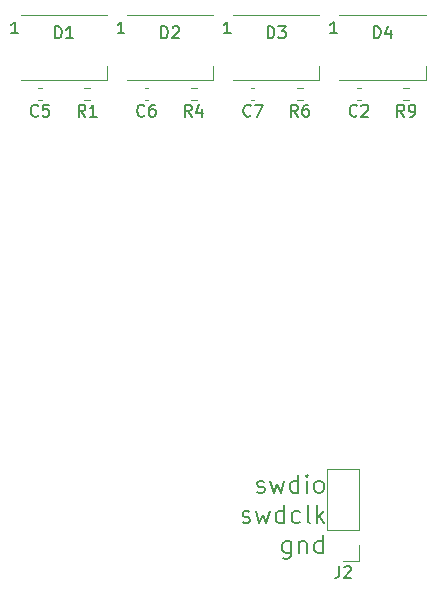
<source format=gto>
G04 #@! TF.GenerationSoftware,KiCad,Pcbnew,5.1.9+dfsg1-1*
G04 #@! TF.CreationDate,2022-03-10T00:01:25+01:00*
G04 #@! TF.ProjectId,edgedriver,65646765-6472-4697-9665-722e6b696361,rev?*
G04 #@! TF.SameCoordinates,Original*
G04 #@! TF.FileFunction,Legend,Top*
G04 #@! TF.FilePolarity,Positive*
%FSLAX46Y46*%
G04 Gerber Fmt 4.6, Leading zero omitted, Abs format (unit mm)*
G04 Created by KiCad (PCBNEW 5.1.9+dfsg1-1) date 2022-03-10 00:01:25*
%MOMM*%
%LPD*%
G01*
G04 APERTURE LIST*
%ADD10C,0.150000*%
%ADD11C,0.120000*%
G04 APERTURE END LIST*
D10*
X5721071Y-26348571D02*
X5721071Y-27562857D01*
X5649642Y-27705714D01*
X5578214Y-27777142D01*
X5435357Y-27848571D01*
X5221071Y-27848571D01*
X5078214Y-27777142D01*
X5721071Y-27277142D02*
X5578214Y-27348571D01*
X5292500Y-27348571D01*
X5149642Y-27277142D01*
X5078214Y-27205714D01*
X5006785Y-27062857D01*
X5006785Y-26634285D01*
X5078214Y-26491428D01*
X5149642Y-26420000D01*
X5292500Y-26348571D01*
X5578214Y-26348571D01*
X5721071Y-26420000D01*
X6435357Y-26348571D02*
X6435357Y-27348571D01*
X6435357Y-26491428D02*
X6506785Y-26420000D01*
X6649642Y-26348571D01*
X6863928Y-26348571D01*
X7006785Y-26420000D01*
X7078214Y-26562857D01*
X7078214Y-27348571D01*
X8435357Y-27348571D02*
X8435357Y-25848571D01*
X8435357Y-27277142D02*
X8292500Y-27348571D01*
X8006785Y-27348571D01*
X7863928Y-27277142D01*
X7792500Y-27205714D01*
X7721071Y-27062857D01*
X7721071Y-26634285D01*
X7792500Y-26491428D01*
X7863928Y-26420000D01*
X8006785Y-26348571D01*
X8292500Y-26348571D01*
X8435357Y-26420000D01*
X1649642Y-24737142D02*
X1792500Y-24808571D01*
X2078214Y-24808571D01*
X2221071Y-24737142D01*
X2292500Y-24594285D01*
X2292500Y-24522857D01*
X2221071Y-24380000D01*
X2078214Y-24308571D01*
X1863928Y-24308571D01*
X1721071Y-24237142D01*
X1649642Y-24094285D01*
X1649642Y-24022857D01*
X1721071Y-23880000D01*
X1863928Y-23808571D01*
X2078214Y-23808571D01*
X2221071Y-23880000D01*
X2792500Y-23808571D02*
X3078214Y-24808571D01*
X3363928Y-24094285D01*
X3649642Y-24808571D01*
X3935357Y-23808571D01*
X5149642Y-24808571D02*
X5149642Y-23308571D01*
X5149642Y-24737142D02*
X5006785Y-24808571D01*
X4721071Y-24808571D01*
X4578214Y-24737142D01*
X4506785Y-24665714D01*
X4435357Y-24522857D01*
X4435357Y-24094285D01*
X4506785Y-23951428D01*
X4578214Y-23880000D01*
X4721071Y-23808571D01*
X5006785Y-23808571D01*
X5149642Y-23880000D01*
X6506785Y-24737142D02*
X6363928Y-24808571D01*
X6078214Y-24808571D01*
X5935357Y-24737142D01*
X5863928Y-24665714D01*
X5792500Y-24522857D01*
X5792500Y-24094285D01*
X5863928Y-23951428D01*
X5935357Y-23880000D01*
X6078214Y-23808571D01*
X6363928Y-23808571D01*
X6506785Y-23880000D01*
X7363928Y-24808571D02*
X7221071Y-24737142D01*
X7149642Y-24594285D01*
X7149642Y-23308571D01*
X7935357Y-24808571D02*
X7935357Y-23308571D01*
X8078214Y-24237142D02*
X8506785Y-24808571D01*
X8506785Y-23808571D02*
X7935357Y-24380000D01*
X2863928Y-22147142D02*
X3006785Y-22218571D01*
X3292500Y-22218571D01*
X3435357Y-22147142D01*
X3506785Y-22004285D01*
X3506785Y-21932857D01*
X3435357Y-21790000D01*
X3292500Y-21718571D01*
X3078214Y-21718571D01*
X2935357Y-21647142D01*
X2863928Y-21504285D01*
X2863928Y-21432857D01*
X2935357Y-21290000D01*
X3078214Y-21218571D01*
X3292500Y-21218571D01*
X3435357Y-21290000D01*
X4006785Y-21218571D02*
X4292500Y-22218571D01*
X4578214Y-21504285D01*
X4863928Y-22218571D01*
X5149642Y-21218571D01*
X6363928Y-22218571D02*
X6363928Y-20718571D01*
X6363928Y-22147142D02*
X6221071Y-22218571D01*
X5935357Y-22218571D01*
X5792500Y-22147142D01*
X5721071Y-22075714D01*
X5649642Y-21932857D01*
X5649642Y-21504285D01*
X5721071Y-21361428D01*
X5792500Y-21290000D01*
X5935357Y-21218571D01*
X6221071Y-21218571D01*
X6363928Y-21290000D01*
X7078214Y-22218571D02*
X7078214Y-21218571D01*
X7078214Y-20718571D02*
X7006785Y-20790000D01*
X7078214Y-20861428D01*
X7149642Y-20790000D01*
X7078214Y-20718571D01*
X7078214Y-20861428D01*
X8006785Y-22218571D02*
X7863928Y-22147142D01*
X7792500Y-22075714D01*
X7721071Y-21932857D01*
X7721071Y-21504285D01*
X7792500Y-21361428D01*
X7863928Y-21290000D01*
X8006785Y-21218571D01*
X8221071Y-21218571D01*
X8363928Y-21290000D01*
X8435357Y-21361428D01*
X8506785Y-21504285D01*
X8506785Y-21932857D01*
X8435357Y-22075714D01*
X8363928Y-22147142D01*
X8221071Y-22218571D01*
X8006785Y-22218571D01*
D11*
X11490000Y-28000000D02*
X10160000Y-28000000D01*
X11490000Y-26670000D02*
X11490000Y-28000000D01*
X11490000Y-25400000D02*
X8830000Y-25400000D01*
X8830000Y-25400000D02*
X8830000Y-20260000D01*
X11490000Y-25400000D02*
X11490000Y-20260000D01*
X11490000Y-20260000D02*
X8830000Y-20260000D01*
X-2245276Y12022500D02*
X-2754724Y12022500D01*
X-2245276Y10977500D02*
X-2754724Y10977500D01*
X-850000Y12750000D02*
X-850000Y13900000D01*
X-8150000Y12750000D02*
X-850000Y12750000D01*
X-8150000Y18250000D02*
X-850000Y18250000D01*
X-15353733Y10990000D02*
X-15646267Y10990000D01*
X-15353733Y12010000D02*
X-15646267Y12010000D01*
X11646267Y12010000D02*
X11353733Y12010000D01*
X11646267Y10990000D02*
X11353733Y10990000D01*
X-6353733Y10990000D02*
X-6646267Y10990000D01*
X-6353733Y12010000D02*
X-6646267Y12010000D01*
X2646267Y12010000D02*
X2353733Y12010000D01*
X2646267Y10990000D02*
X2353733Y10990000D01*
X-17150000Y18250000D02*
X-9850000Y18250000D01*
X-17150000Y12750000D02*
X-9850000Y12750000D01*
X-9850000Y12750000D02*
X-9850000Y13900000D01*
X850000Y18250000D02*
X8150000Y18250000D01*
X850000Y12750000D02*
X8150000Y12750000D01*
X8150000Y12750000D02*
X8150000Y13900000D01*
X17150000Y12750000D02*
X17150000Y13900000D01*
X9850000Y12750000D02*
X17150000Y12750000D01*
X9850000Y18250000D02*
X17150000Y18250000D01*
X-11245276Y10977500D02*
X-11754724Y10977500D01*
X-11245276Y12022500D02*
X-11754724Y12022500D01*
X6754724Y10977500D02*
X6245276Y10977500D01*
X6754724Y12022500D02*
X6245276Y12022500D01*
X15754724Y12022500D02*
X15245276Y12022500D01*
X15754724Y10977500D02*
X15245276Y10977500D01*
D10*
X9826666Y-28452380D02*
X9826666Y-29166666D01*
X9779047Y-29309523D01*
X9683809Y-29404761D01*
X9540952Y-29452380D01*
X9445714Y-29452380D01*
X10255238Y-28547619D02*
X10302857Y-28500000D01*
X10398095Y-28452380D01*
X10636190Y-28452380D01*
X10731428Y-28500000D01*
X10779047Y-28547619D01*
X10826666Y-28642857D01*
X10826666Y-28738095D01*
X10779047Y-28880952D01*
X10207619Y-29452380D01*
X10826666Y-29452380D01*
X-2666666Y9617619D02*
X-3000000Y10093809D01*
X-3238095Y9617619D02*
X-3238095Y10617619D01*
X-2857142Y10617619D01*
X-2761904Y10570000D01*
X-2714285Y10522380D01*
X-2666666Y10427142D01*
X-2666666Y10284285D01*
X-2714285Y10189047D01*
X-2761904Y10141428D01*
X-2857142Y10093809D01*
X-3238095Y10093809D01*
X-1809523Y10284285D02*
X-1809523Y9617619D01*
X-2047619Y10665238D02*
X-2285714Y9950952D01*
X-1666666Y9950952D01*
X-5238095Y16247619D02*
X-5238095Y17247619D01*
X-5000000Y17247619D01*
X-4857142Y17200000D01*
X-4761904Y17104761D01*
X-4714285Y17009523D01*
X-4666666Y16819047D01*
X-4666666Y16676190D01*
X-4714285Y16485714D01*
X-4761904Y16390476D01*
X-4857142Y16295238D01*
X-5000000Y16247619D01*
X-5238095Y16247619D01*
X-4285714Y17152380D02*
X-4238095Y17200000D01*
X-4142857Y17247619D01*
X-3904761Y17247619D01*
X-3809523Y17200000D01*
X-3761904Y17152380D01*
X-3714285Y17057142D01*
X-3714285Y16961904D01*
X-3761904Y16819047D01*
X-4333333Y16247619D01*
X-3714285Y16247619D01*
X-8364285Y16647619D02*
X-8935714Y16647619D01*
X-8650000Y16647619D02*
X-8650000Y17647619D01*
X-8745238Y17504761D01*
X-8840476Y17409523D01*
X-8935714Y17361904D01*
X-15666666Y9712857D02*
X-15714285Y9665238D01*
X-15857142Y9617619D01*
X-15952380Y9617619D01*
X-16095238Y9665238D01*
X-16190476Y9760476D01*
X-16238095Y9855714D01*
X-16285714Y10046190D01*
X-16285714Y10189047D01*
X-16238095Y10379523D01*
X-16190476Y10474761D01*
X-16095238Y10570000D01*
X-15952380Y10617619D01*
X-15857142Y10617619D01*
X-15714285Y10570000D01*
X-15666666Y10522380D01*
X-14761904Y10617619D02*
X-15238095Y10617619D01*
X-15285714Y10141428D01*
X-15238095Y10189047D01*
X-15142857Y10236666D01*
X-14904761Y10236666D01*
X-14809523Y10189047D01*
X-14761904Y10141428D01*
X-14714285Y10046190D01*
X-14714285Y9808095D01*
X-14761904Y9712857D01*
X-14809523Y9665238D01*
X-14904761Y9617619D01*
X-15142857Y9617619D01*
X-15238095Y9665238D01*
X-15285714Y9712857D01*
X11333333Y9712857D02*
X11285714Y9665238D01*
X11142857Y9617619D01*
X11047619Y9617619D01*
X10904761Y9665238D01*
X10809523Y9760476D01*
X10761904Y9855714D01*
X10714285Y10046190D01*
X10714285Y10189047D01*
X10761904Y10379523D01*
X10809523Y10474761D01*
X10904761Y10570000D01*
X11047619Y10617619D01*
X11142857Y10617619D01*
X11285714Y10570000D01*
X11333333Y10522380D01*
X11714285Y10522380D02*
X11761904Y10570000D01*
X11857142Y10617619D01*
X12095238Y10617619D01*
X12190476Y10570000D01*
X12238095Y10522380D01*
X12285714Y10427142D01*
X12285714Y10331904D01*
X12238095Y10189047D01*
X11666666Y9617619D01*
X12285714Y9617619D01*
X-6666666Y9712857D02*
X-6714285Y9665238D01*
X-6857142Y9617619D01*
X-6952380Y9617619D01*
X-7095238Y9665238D01*
X-7190476Y9760476D01*
X-7238095Y9855714D01*
X-7285714Y10046190D01*
X-7285714Y10189047D01*
X-7238095Y10379523D01*
X-7190476Y10474761D01*
X-7095238Y10570000D01*
X-6952380Y10617619D01*
X-6857142Y10617619D01*
X-6714285Y10570000D01*
X-6666666Y10522380D01*
X-5809523Y10617619D02*
X-6000000Y10617619D01*
X-6095238Y10570000D01*
X-6142857Y10522380D01*
X-6238095Y10379523D01*
X-6285714Y10189047D01*
X-6285714Y9808095D01*
X-6238095Y9712857D01*
X-6190476Y9665238D01*
X-6095238Y9617619D01*
X-5904761Y9617619D01*
X-5809523Y9665238D01*
X-5761904Y9712857D01*
X-5714285Y9808095D01*
X-5714285Y10046190D01*
X-5761904Y10141428D01*
X-5809523Y10189047D01*
X-5904761Y10236666D01*
X-6095238Y10236666D01*
X-6190476Y10189047D01*
X-6238095Y10141428D01*
X-6285714Y10046190D01*
X2333333Y9712857D02*
X2285714Y9665238D01*
X2142857Y9617619D01*
X2047619Y9617619D01*
X1904761Y9665238D01*
X1809523Y9760476D01*
X1761904Y9855714D01*
X1714285Y10046190D01*
X1714285Y10189047D01*
X1761904Y10379523D01*
X1809523Y10474761D01*
X1904761Y10570000D01*
X2047619Y10617619D01*
X2142857Y10617619D01*
X2285714Y10570000D01*
X2333333Y10522380D01*
X2666666Y10617619D02*
X3333333Y10617619D01*
X2904761Y9617619D01*
X-14238095Y16247619D02*
X-14238095Y17247619D01*
X-14000000Y17247619D01*
X-13857142Y17200000D01*
X-13761904Y17104761D01*
X-13714285Y17009523D01*
X-13666666Y16819047D01*
X-13666666Y16676190D01*
X-13714285Y16485714D01*
X-13761904Y16390476D01*
X-13857142Y16295238D01*
X-14000000Y16247619D01*
X-14238095Y16247619D01*
X-12714285Y16247619D02*
X-13285714Y16247619D01*
X-13000000Y16247619D02*
X-13000000Y17247619D01*
X-13095238Y17104761D01*
X-13190476Y17009523D01*
X-13285714Y16961904D01*
X-17364285Y16647619D02*
X-17935714Y16647619D01*
X-17650000Y16647619D02*
X-17650000Y17647619D01*
X-17745238Y17504761D01*
X-17840476Y17409523D01*
X-17935714Y17361904D01*
X3761904Y16247619D02*
X3761904Y17247619D01*
X4000000Y17247619D01*
X4142857Y17200000D01*
X4238095Y17104761D01*
X4285714Y17009523D01*
X4333333Y16819047D01*
X4333333Y16676190D01*
X4285714Y16485714D01*
X4238095Y16390476D01*
X4142857Y16295238D01*
X4000000Y16247619D01*
X3761904Y16247619D01*
X4666666Y17247619D02*
X5285714Y17247619D01*
X4952380Y16866666D01*
X5095238Y16866666D01*
X5190476Y16819047D01*
X5238095Y16771428D01*
X5285714Y16676190D01*
X5285714Y16438095D01*
X5238095Y16342857D01*
X5190476Y16295238D01*
X5095238Y16247619D01*
X4809523Y16247619D01*
X4714285Y16295238D01*
X4666666Y16342857D01*
X635714Y16647619D02*
X64285Y16647619D01*
X349999Y16647619D02*
X349999Y17647619D01*
X254761Y17504761D01*
X159523Y17409523D01*
X64285Y17361904D01*
X12761904Y16247619D02*
X12761904Y17247619D01*
X13000000Y17247619D01*
X13142857Y17200000D01*
X13238095Y17104761D01*
X13285714Y17009523D01*
X13333333Y16819047D01*
X13333333Y16676190D01*
X13285714Y16485714D01*
X13238095Y16390476D01*
X13142857Y16295238D01*
X13000000Y16247619D01*
X12761904Y16247619D01*
X14190476Y16914285D02*
X14190476Y16247619D01*
X13952380Y17295238D02*
X13714285Y16580952D01*
X14333333Y16580952D01*
X9635714Y16647619D02*
X9064285Y16647619D01*
X9350000Y16647619D02*
X9350000Y17647619D01*
X9254761Y17504761D01*
X9159523Y17409523D01*
X9064285Y17361904D01*
X-11666666Y9617619D02*
X-12000000Y10093809D01*
X-12238095Y9617619D02*
X-12238095Y10617619D01*
X-11857142Y10617619D01*
X-11761904Y10570000D01*
X-11714285Y10522380D01*
X-11666666Y10427142D01*
X-11666666Y10284285D01*
X-11714285Y10189047D01*
X-11761904Y10141428D01*
X-11857142Y10093809D01*
X-12238095Y10093809D01*
X-10714285Y9617619D02*
X-11285714Y9617619D01*
X-11000000Y9617619D02*
X-11000000Y10617619D01*
X-11095238Y10474761D01*
X-11190476Y10379523D01*
X-11285714Y10331904D01*
X6333333Y9617619D02*
X6000000Y10093809D01*
X5761904Y9617619D02*
X5761904Y10617619D01*
X6142857Y10617619D01*
X6238095Y10570000D01*
X6285714Y10522380D01*
X6333333Y10427142D01*
X6333333Y10284285D01*
X6285714Y10189047D01*
X6238095Y10141428D01*
X6142857Y10093809D01*
X5761904Y10093809D01*
X7190476Y10617619D02*
X7000000Y10617619D01*
X6904761Y10570000D01*
X6857142Y10522380D01*
X6761904Y10379523D01*
X6714285Y10189047D01*
X6714285Y9808095D01*
X6761904Y9712857D01*
X6809523Y9665238D01*
X6904761Y9617619D01*
X7095238Y9617619D01*
X7190476Y9665238D01*
X7238095Y9712857D01*
X7285714Y9808095D01*
X7285714Y10046190D01*
X7238095Y10141428D01*
X7190476Y10189047D01*
X7095238Y10236666D01*
X6904761Y10236666D01*
X6809523Y10189047D01*
X6761904Y10141428D01*
X6714285Y10046190D01*
X15333333Y9617619D02*
X15000000Y10093809D01*
X14761904Y9617619D02*
X14761904Y10617619D01*
X15142857Y10617619D01*
X15238095Y10570000D01*
X15285714Y10522380D01*
X15333333Y10427142D01*
X15333333Y10284285D01*
X15285714Y10189047D01*
X15238095Y10141428D01*
X15142857Y10093809D01*
X14761904Y10093809D01*
X15809523Y9617619D02*
X16000000Y9617619D01*
X16095238Y9665238D01*
X16142857Y9712857D01*
X16238095Y9855714D01*
X16285714Y10046190D01*
X16285714Y10427142D01*
X16238095Y10522380D01*
X16190476Y10570000D01*
X16095238Y10617619D01*
X15904761Y10617619D01*
X15809523Y10570000D01*
X15761904Y10522380D01*
X15714285Y10427142D01*
X15714285Y10189047D01*
X15761904Y10093809D01*
X15809523Y10046190D01*
X15904761Y9998571D01*
X16095238Y9998571D01*
X16190476Y10046190D01*
X16238095Y10093809D01*
X16285714Y10189047D01*
M02*

</source>
